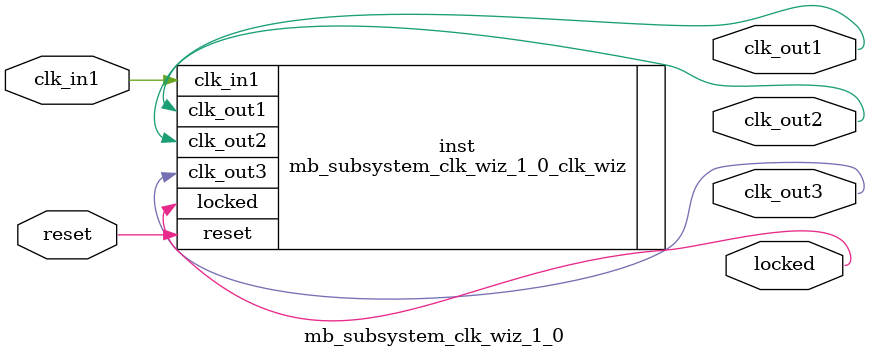
<source format=v>


`timescale 1ps/1ps

(* CORE_GENERATION_INFO = "mb_subsystem_clk_wiz_1_0,clk_wiz_v5_4_3_0,{component_name=mb_subsystem_clk_wiz_1_0,use_phase_alignment=true,use_min_o_jitter=false,use_max_i_jitter=false,use_dyn_phase_shift=false,use_inclk_switchover=false,use_dyn_reconfig=false,enable_axi=0,feedback_source=FDBK_AUTO,PRIMITIVE=MMCM,num_out_clk=3,clkin1_period=8.333,clkin2_period=10.000,use_power_down=false,use_reset=true,use_locked=true,use_inclk_stopped=false,feedback_type=SINGLE,CLOCK_MGR_TYPE=NA,manual_override=false}" *)

module mb_subsystem_clk_wiz_1_0 
 (
  // Clock out ports
  output        clk_out1,
  output        clk_out2,
  output        clk_out3,
  // Status and control signals
  input         reset,
  output        locked,
 // Clock in ports
  input         clk_in1
 );

  mb_subsystem_clk_wiz_1_0_clk_wiz inst
  (
  // Clock out ports  
  .clk_out1(clk_out1),
  .clk_out2(clk_out2),
  .clk_out3(clk_out3),
  // Status and control signals               
  .reset(reset), 
  .locked(locked),
 // Clock in ports
  .clk_in1(clk_in1)
  );

endmodule

</source>
